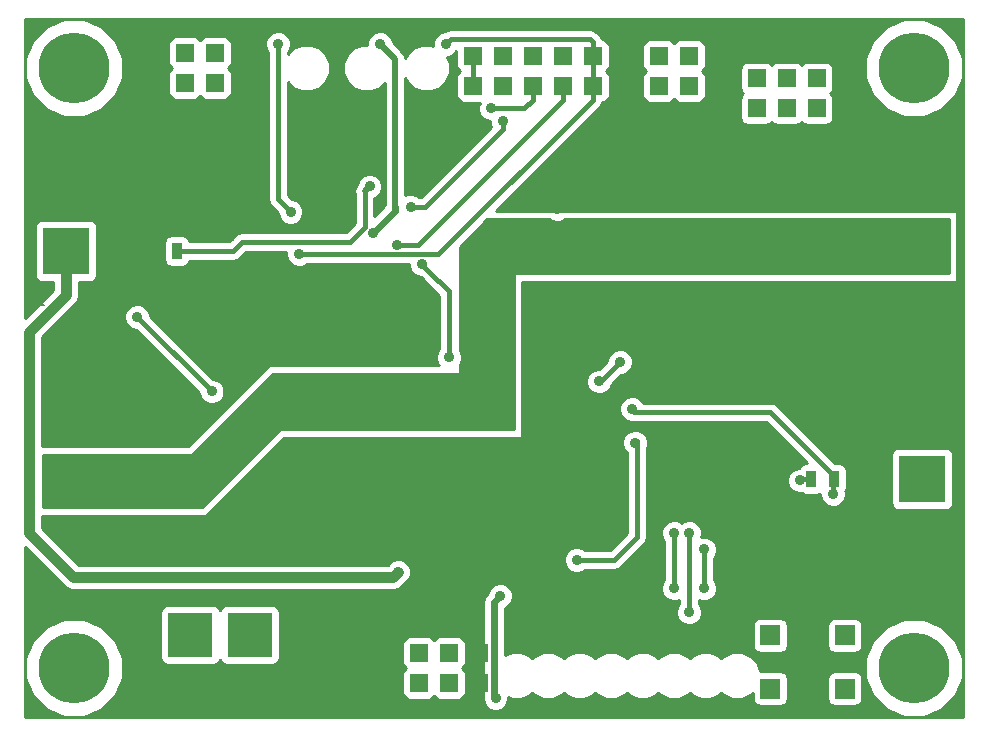
<source format=gbr>
G04 #@! TF.FileFunction,Copper,L1,Top,Signal*
%FSLAX46Y46*%
G04 Gerber Fmt 4.6, Leading zero omitted, Abs format (unit mm)*
G04 Created by KiCad (PCBNEW (2015-05-13 BZR 5653)-product) date 2. 12. 2015 7:09:12*
%MOMM*%
G01*
G04 APERTURE LIST*
%ADD10C,0.300000*%
%ADD11R,4.000000X4.000000*%
%ADD12R,1.524000X1.524000*%
%ADD13R,3.810000X3.810000*%
%ADD14C,6.000000*%
%ADD15R,0.889000X1.397000*%
%ADD16R,1.676400X1.676400*%
%ADD17C,0.600000*%
%ADD18C,0.890000*%
%ADD19C,0.890000*%
%ADD20C,0.400000*%
%ADD21C,0.180000*%
%ADD22C,0.600000*%
%ADD23C,0.500000*%
%ADD24C,0.254000*%
G04 APERTURE END LIST*
D10*
D11*
X4390000Y40384000D03*
X76890000Y40384000D03*
X4390000Y21084000D03*
X76890000Y21084000D03*
D12*
X19558000Y57150000D03*
X19558000Y54610000D03*
X17018000Y57150000D03*
X17018000Y54610000D03*
X14478000Y57150000D03*
X14478000Y54610000D03*
X11938000Y57150000D03*
X11938000Y54610000D03*
X49022000Y54356000D03*
X49022000Y56896000D03*
X38862000Y56896000D03*
X38862000Y54356000D03*
X43942000Y54356000D03*
X43942000Y56896000D03*
X46482000Y54356000D03*
X46482000Y56896000D03*
X41402000Y54356000D03*
X41402000Y56896000D03*
X31750000Y3810000D03*
X31750000Y6350000D03*
X34290000Y3810000D03*
X34290000Y6350000D03*
X36830000Y3810000D03*
X36830000Y6350000D03*
X39370000Y3810000D03*
X39370000Y6350000D03*
D13*
X14939000Y7874000D03*
X19939000Y7874000D03*
X14939000Y2921000D03*
X19939000Y2921000D03*
D12*
X62865000Y52451000D03*
X62865000Y54991000D03*
X65405000Y52451000D03*
X65405000Y54991000D03*
X67945000Y52451000D03*
X67945000Y54991000D03*
X59690000Y56896000D03*
X59690000Y54356000D03*
X57150000Y56896000D03*
X57150000Y54356000D03*
X54610000Y56896000D03*
X54610000Y54356000D03*
X52070000Y56896000D03*
X52070000Y54356000D03*
D14*
X76200000Y5080000D03*
X5080000Y55880000D03*
X5080000Y5080000D03*
X76200000Y55880000D03*
D15*
X11874500Y40386000D03*
X13779500Y40386000D03*
X69405500Y21082000D03*
X67500500Y21082000D03*
D16*
X70333000Y7838000D03*
X70333000Y3338000D03*
X64033000Y7838000D03*
X64033000Y3338000D03*
D12*
X70485000Y52451000D03*
X70485000Y54991000D03*
D17*
X27686000Y42545000D03*
X27686000Y44831000D03*
X26416000Y44831000D03*
X26416000Y42545000D03*
X27051000Y43688000D03*
D18*
X51308000Y30988000D03*
X32512000Y13208000D03*
X16745508Y28487248D03*
X10414000Y34797996D03*
X49530000Y29337000D03*
X68072000Y28956000D03*
X66294000Y28448000D03*
X63500000Y44450000D03*
X65024000Y45974000D03*
X66294000Y47244000D03*
X67818000Y48768000D03*
X45212000Y35306000D03*
X44196000Y36322000D03*
X45720000Y36830000D03*
X26924000Y46990000D03*
X27686000Y48006000D03*
X28448000Y49276000D03*
X20828000Y50800000D03*
X20066000Y53086000D03*
X7112000Y43688000D03*
X5588000Y43688000D03*
X4064000Y43688000D03*
X2540000Y43688000D03*
X2540000Y44958000D03*
X2540000Y46228000D03*
X2540000Y47498000D03*
X2540000Y48768000D03*
X6096000Y50038000D03*
X4318000Y50038000D03*
X2540000Y50038000D03*
X22860000Y39624000D03*
X21590000Y39624000D03*
X20320000Y39624000D03*
X12954000Y45720000D03*
X14224000Y45720000D03*
X15494000Y45720000D03*
X16764000Y45720000D03*
X7620000Y48006000D03*
X7620000Y49276000D03*
X60960000Y59182000D03*
X59436000Y59182000D03*
X57912000Y59182000D03*
X56388000Y59182000D03*
X54864000Y59182000D03*
X38100000Y1524000D03*
X36576000Y1524000D03*
X35052000Y1524000D03*
X33528000Y1524000D03*
X32004000Y1524000D03*
X30480000Y1524000D03*
X45974000Y43942000D03*
X45974000Y44958000D03*
X44450000Y45212000D03*
X42926000Y45212000D03*
X44704000Y46736000D03*
X64389000Y9652000D03*
X65532000Y9652000D03*
X68199000Y9144000D03*
X66548000Y9144000D03*
X59690000Y20320000D03*
X58420000Y21590000D03*
X56515000Y23495000D03*
X61468000Y18542000D03*
X65913000Y14859000D03*
X12192000Y1524000D03*
X12192000Y3048000D03*
X12192000Y4318000D03*
X44704000Y18288000D03*
X46736000Y17780000D03*
X42418000Y16002000D03*
X42418000Y13208000D03*
X34030920Y16002000D03*
X36449000Y16002000D03*
X31623000Y16002000D03*
X24892000Y16002000D03*
X28194000Y16002000D03*
X10666806Y24765000D03*
X8890000Y24765000D03*
X12446000Y24765000D03*
X12446000Y26035000D03*
X9652000Y33147000D03*
X14224000Y33147000D03*
X15748000Y33147000D03*
X73787000Y50292000D03*
X72517000Y50292000D03*
X71501000Y50292000D03*
X70358000Y50292000D03*
X39878000Y15240000D03*
X39370000Y13716000D03*
X39370000Y11938000D03*
X18542000Y42418000D03*
X9144000Y40386000D03*
X10541000Y40386000D03*
X10414000Y45720000D03*
X11684000Y45720000D03*
X11684000Y44450000D03*
X52578000Y37211000D03*
X51689000Y36322000D03*
X50800000Y35433000D03*
X55499000Y48133000D03*
X56134000Y48768000D03*
X56769000Y49403000D03*
X57404000Y50038000D03*
X9906000Y52578000D03*
X9906000Y53848000D03*
X9906000Y55118000D03*
X9906000Y56261000D03*
X9906000Y57404000D03*
X46228000Y48260000D03*
X37846000Y48895000D03*
X36703000Y48895000D03*
X35814000Y47752000D03*
X34671000Y47752000D03*
X35433000Y48895000D03*
X34290000Y48895000D03*
X24910607Y50101500D03*
X69469000Y14859000D03*
X43180000Y24003000D03*
X44196000Y25019000D03*
X48133000Y29845000D03*
X46609000Y30607000D03*
X52832000Y30861000D03*
X50165000Y22098000D03*
X50927000Y21209000D03*
X22987000Y2921000D03*
X24257000Y2921000D03*
X25400000Y2921000D03*
X26543000Y2921000D03*
X27686000Y2921000D03*
X28829000Y2921000D03*
X68326000Y27432000D03*
X69850000Y27432000D03*
X71374000Y27432000D03*
X72898000Y27432000D03*
X73660000Y26416000D03*
X74676000Y25146000D03*
X76200000Y25146000D03*
X77724000Y25146000D03*
X79248000Y25146000D03*
X79248000Y26416000D03*
X77724000Y26416000D03*
X76200000Y26416000D03*
X74930000Y26924000D03*
X74168000Y28194000D03*
X79502000Y17272000D03*
X77978000Y17272000D03*
X76454000Y17272000D03*
X74930000Y17272000D03*
X73152000Y18288000D03*
X71628000Y19050000D03*
X72136000Y17526000D03*
X73406000Y16510000D03*
X17399000Y30586680D03*
X26162000Y20447000D03*
X27813002Y20320002D03*
X29337000Y20319994D03*
X9398000Y44323000D03*
X7874000Y46228000D03*
X9017000Y41910000D03*
X11049000Y42672000D03*
X12446000Y43180000D03*
X13970000Y42672000D03*
X16256000Y14478000D03*
X14224000Y14478000D03*
X12446000Y14478000D03*
X10668000Y14478000D03*
X8890000Y14478000D03*
X7112000Y14478000D03*
X5080000Y14986000D03*
X3556000Y16256000D03*
X2794000Y17526000D03*
X4826000Y17526000D03*
X6535461Y17526000D03*
X8266902Y17526000D03*
X9906000Y17526000D03*
X11684000Y17526000D03*
X13462000Y17526000D03*
X15494000Y17526000D03*
X67564000Y17018000D03*
X67056000Y19050000D03*
X64262000Y18288000D03*
X64262000Y14986000D03*
X64262000Y13462000D03*
X64262000Y11938000D03*
X70104000Y10414000D03*
X70104000Y11938000D03*
X69596000Y13208000D03*
X59944000Y28194000D03*
X61214000Y28194000D03*
X60198000Y29972000D03*
X60198000Y37338000D03*
X68834000Y37338000D03*
X76962000Y37338000D03*
X73406000Y14986000D03*
X73406000Y13208000D03*
X73152000Y11430000D03*
X73152000Y9398000D03*
X30734000Y20320000D03*
X32766000Y20320000D03*
X34544000Y21336000D03*
X36322000Y21336000D03*
X39116000Y23368000D03*
X41402000Y23622000D03*
X40386000Y52451000D03*
X36829992Y31369000D03*
X34543998Y39243000D03*
X40767000Y2540000D03*
X41148000Y11176000D03*
X69342000Y19812000D03*
X52324000Y27017010D03*
X22352000Y57912000D03*
X23421502Y43688000D03*
X30988000Y57912000D03*
X30356276Y41874421D03*
X36576000Y57912000D03*
X24130000Y40132000D03*
X32414992Y40923996D03*
X41402000Y51353464D03*
X33599912Y44140033D03*
X30099000Y45847000D03*
X66548000Y20955000D03*
X57150000Y9779000D03*
X57150000Y16510000D03*
X55880000Y11811000D03*
X55880000Y16510000D03*
X58420000Y11811000D03*
X58420000Y15113000D03*
X47625000Y14224000D03*
X52576971Y24168153D03*
D19*
X32067001Y12763001D02*
X32512000Y13208000D01*
X5016999Y12763001D02*
X32067001Y12763001D01*
X1270000Y16510000D02*
X5016999Y12763001D01*
X1270000Y33532824D02*
X1270000Y16510000D01*
X4390000Y36652824D02*
X1270000Y33532824D01*
X4390000Y40384000D02*
X4390000Y36652824D01*
D20*
X16745508Y28487248D02*
X10434760Y34797996D01*
X10434760Y34797996D02*
X10414000Y34797996D01*
X49657000Y29337000D02*
X49530000Y29337000D01*
X51308000Y30988000D02*
X49657000Y29337000D01*
D21*
X68326000Y27432000D02*
X67310000Y27432000D01*
X67310000Y27432000D02*
X66294000Y28448000D01*
X65024000Y45974000D02*
X63500000Y44450000D01*
X67818000Y48768000D02*
X66294000Y47244000D01*
X45720000Y36830000D02*
X44704000Y36830000D01*
X44704000Y36830000D02*
X44196000Y36322000D01*
X28448000Y49276000D02*
X28448000Y48768000D01*
X28448000Y48768000D02*
X27686000Y48006000D01*
X5588000Y43688000D02*
X7112000Y43688000D01*
X2540000Y43688000D02*
X4064000Y43688000D01*
X2540000Y46228000D02*
X2540000Y44958000D01*
X2540000Y48768000D02*
X2540000Y47498000D01*
X4318000Y50038000D02*
X6096000Y50038000D01*
X7620000Y49276000D02*
X3302000Y49276000D01*
X3302000Y49276000D02*
X2540000Y50038000D01*
X20320000Y39624000D02*
X21590000Y39624000D01*
X14224000Y45720000D02*
X12954000Y45720000D01*
X16764000Y45720000D02*
X15494000Y45720000D01*
X7620000Y49276000D02*
X7620000Y48006000D01*
X59436000Y59182000D02*
X60960000Y59182000D01*
X56388000Y59182000D02*
X57912000Y59182000D01*
X52070000Y56896000D02*
X52070000Y57838000D01*
X52070000Y57838000D02*
X53414000Y59182000D01*
X53414000Y59182000D02*
X54864000Y59182000D01*
X35052000Y1524000D02*
X36576000Y1524000D01*
X32004000Y1524000D02*
X33528000Y1524000D01*
X28829000Y2921000D02*
X30226000Y1524000D01*
X30226000Y1524000D02*
X30480000Y1524000D01*
X45974000Y44958000D02*
X45974000Y43942000D01*
X42926000Y45212000D02*
X44450000Y45212000D01*
X46228000Y48260000D02*
X44704000Y46736000D01*
X65532000Y9652000D02*
X64389000Y9652000D01*
X66548000Y9144000D02*
X68199000Y9144000D01*
X58420000Y21590000D02*
X59690000Y20320000D01*
X61468000Y18542000D02*
X56515000Y23114000D01*
X56515000Y23114000D02*
X56515000Y23495000D01*
X65913000Y14859000D02*
X69469000Y14859000D01*
X12192000Y3048000D02*
X12192000Y1524000D01*
X12192000Y4318000D02*
X12192000Y3302000D01*
X46736000Y17780000D02*
X45212000Y17780000D01*
X45212000Y17780000D02*
X44704000Y18288000D01*
X42418000Y13208000D02*
X42418000Y16002000D01*
X31623000Y16002000D02*
X34030920Y16002000D01*
X28194000Y16002000D02*
X24892000Y16002000D01*
X8890000Y24765000D02*
X10666806Y24765000D01*
X12446000Y26035000D02*
X12446000Y24765000D01*
X15748000Y33147000D02*
X14224000Y33147000D01*
X73787000Y50292000D02*
X75057000Y50292000D01*
X71501000Y50292000D02*
X72517000Y50292000D01*
X70485000Y52451000D02*
X70485000Y50419000D01*
X70485000Y50419000D02*
X70358000Y50292000D01*
X39370000Y11938000D02*
X39370000Y13716000D01*
X11874500Y40386000D02*
X10541000Y40386000D01*
X11684000Y44450000D02*
X11684000Y45720000D01*
X52578000Y37211000D02*
X52070000Y37338000D01*
X52070000Y37338000D02*
X51816000Y37592000D01*
X50800000Y35433000D02*
X51689000Y36322000D01*
X56134000Y48768000D02*
X55499000Y48133000D01*
X57404000Y50038000D02*
X56769000Y49403000D01*
X9906000Y53848000D02*
X9906000Y52578000D01*
X9906000Y55372000D02*
X9906000Y55118000D01*
X9906000Y57404000D02*
X9906000Y56261000D01*
X36703000Y48895000D02*
X37846000Y48895000D01*
X34671000Y47752000D02*
X35814000Y47752000D01*
X34290000Y48895000D02*
X35433000Y48895000D01*
X44196000Y25019000D02*
X43180000Y24003000D01*
X47371000Y29845000D02*
X48133000Y29845000D01*
X46609000Y30607000D02*
X47371000Y29845000D01*
X50165000Y21971000D02*
X50927000Y21209000D01*
X50165000Y22098000D02*
X50165000Y21971000D01*
X2119999Y44918999D02*
X1738999Y44918999D01*
X9906000Y52578000D02*
X2119999Y44918999D01*
X1738999Y44918999D02*
X1270000Y44450000D01*
X1270000Y44450000D02*
X1270000Y35814000D01*
X1270000Y35814000D02*
X2540000Y35814000D01*
X12065000Y4445000D02*
X12065000Y3556000D01*
X12065000Y3175000D02*
X12065000Y1977388D01*
D20*
X22987000Y2921000D02*
X24257000Y2921000D01*
X25400000Y2921000D02*
X26543000Y2921000D01*
X27686000Y2921000D02*
X28829000Y2921000D01*
X68326000Y27432000D02*
X69850000Y27432000D01*
X71374000Y27432000D02*
X72898000Y27432000D01*
X73660000Y26162000D02*
X74676000Y25146000D01*
X73660000Y26416000D02*
X73660000Y26162000D01*
X76200000Y25146000D02*
X77724000Y25146000D01*
X79248000Y25146000D02*
X79248000Y26416000D01*
X77724000Y26416000D02*
X76200000Y26416000D01*
X74930000Y27432000D02*
X74168000Y28194000D01*
X74930000Y26924000D02*
X74930000Y27432000D01*
X79502000Y17272000D02*
X77978000Y17272000D01*
X76454000Y17272000D02*
X74930000Y17272000D01*
X72390000Y18288000D02*
X71628000Y19050000D01*
X73152000Y18288000D02*
X72390000Y18288000D01*
X72390000Y17526000D02*
X73406000Y16510000D01*
X72136000Y17526000D02*
X72390000Y17526000D01*
D21*
X26162000Y20447000D02*
X27686004Y20447000D01*
X27686004Y20447000D02*
X27813002Y20320002D01*
X29337000Y21336000D02*
X29337000Y20949319D01*
X29083000Y21590000D02*
X29337000Y21336000D01*
X29337000Y20949319D02*
X29337000Y20319994D01*
X9017000Y41910000D02*
X10287000Y41910000D01*
X10287000Y41910000D02*
X10604001Y42227001D01*
X10604001Y42227001D02*
X11049000Y42672000D01*
X13081000Y44323000D02*
X14668001Y42735999D01*
X7874000Y46228000D02*
X11176000Y46228000D01*
X9398000Y44323000D02*
X13081000Y44323000D01*
X11176000Y46228000D02*
X14668001Y42735999D01*
X14599325Y42672000D02*
X13970000Y42672000D01*
X14668001Y42735999D02*
X14604002Y42672000D01*
X14604002Y42672000D02*
X14599325Y42672000D01*
X17780000Y16002000D02*
X16256000Y14478000D01*
X24892000Y16002000D02*
X17780000Y16002000D01*
X14224000Y14478000D02*
X12446000Y14478000D01*
X10668000Y14478000D02*
X8890000Y14478000D01*
X5588000Y14478000D02*
X5080000Y14986000D01*
X7112000Y14478000D02*
X5588000Y14478000D01*
X3556000Y16764000D02*
X2794000Y17526000D01*
X3556000Y16256000D02*
X3556000Y16764000D01*
X4826000Y17526000D02*
X6535461Y17526000D01*
X6535461Y17526000D02*
X8266902Y17526000D01*
X8266902Y17526000D02*
X9906000Y17526000D01*
X11684000Y17526000D02*
X13462000Y17526000D01*
X67564000Y16764000D02*
X67564000Y17018000D01*
X69469000Y14859000D02*
X67564000Y16764000D01*
X66294000Y18288000D02*
X64262000Y18288000D01*
X67056000Y19050000D02*
X66294000Y18288000D01*
X64262000Y14986000D02*
X64262000Y13462000D01*
X68580000Y11938000D02*
X70104000Y10414000D01*
X64262000Y11938000D02*
X68580000Y11938000D01*
X70104000Y12700000D02*
X69596000Y13208000D01*
X70104000Y11938000D02*
X70104000Y12700000D01*
X59944000Y28194000D02*
X61214000Y28194000D01*
X60198000Y29972000D02*
X60198000Y37338000D01*
X68834000Y37338000D02*
X76962000Y37338000D01*
X73406000Y14986000D02*
X73406000Y13208000D01*
X73152000Y11430000D02*
X73152000Y9398000D01*
X30734000Y20320000D02*
X32766000Y20320000D01*
X34544000Y21336000D02*
X36322000Y21336000D01*
X41148000Y23368000D02*
X41402000Y23622000D01*
X39116000Y23368000D02*
X41148000Y23368000D01*
D20*
X40386000Y52451000D02*
X43199000Y52451000D01*
X43199000Y52451000D02*
X43942000Y53194000D01*
X43942000Y53194000D02*
X43942000Y54356000D01*
X36829992Y31369000D02*
X36829992Y36957006D01*
X36829992Y36957006D02*
X34988997Y38798001D01*
X34988997Y38798001D02*
X34543998Y39243000D01*
D22*
X41148000Y11176000D02*
X40612001Y10640001D01*
X40612001Y10640001D02*
X40612001Y2694999D01*
X40612001Y2694999D02*
X40767000Y2540000D01*
D20*
X69469000Y21018500D02*
X69405500Y21082000D01*
X69405500Y21336000D02*
X69405500Y21082000D01*
X64017499Y26724001D02*
X69405500Y21336000D01*
X52523999Y26724001D02*
X64017499Y26724001D01*
X52324000Y26924000D02*
X52523999Y26724001D01*
X69342000Y21018500D02*
X69405500Y21082000D01*
X69342000Y19812000D02*
X69342000Y21018500D01*
X38862000Y54356000D02*
X38862000Y56896000D01*
X22352000Y44757502D02*
X23421502Y43688000D01*
X22352000Y57912000D02*
X22352000Y44757502D01*
D23*
X32258000Y56642000D02*
X32258000Y44069000D01*
X30988000Y57912000D02*
X32258000Y56642000D01*
D22*
X32258000Y43776145D02*
X30801275Y42319420D01*
X30801275Y42319420D02*
X30356276Y41874421D01*
X32258000Y44069000D02*
X32258000Y43776145D01*
D20*
X36576000Y57912000D02*
X37020499Y58356499D01*
X49022000Y58058000D02*
X49022000Y56896000D01*
X37020499Y58356499D02*
X48723501Y58356499D01*
X48723501Y58356499D02*
X49022000Y58058000D01*
X49022000Y54356000D02*
X49022000Y57912000D01*
X31985984Y40132000D02*
X32018990Y40098994D01*
X32018990Y40098994D02*
X35926994Y40098994D01*
X35926994Y40098994D02*
X49022000Y53194000D01*
X49022000Y53194000D02*
X49022000Y54356000D01*
X24130000Y40132000D02*
X31985984Y40132000D01*
X46482000Y54356000D02*
X46482000Y53194000D01*
X46482000Y53194000D02*
X34211996Y40923996D01*
X34211996Y40923996D02*
X33044317Y40923996D01*
X33044317Y40923996D02*
X32414992Y40923996D01*
X41402000Y51353464D02*
X41402000Y50724139D01*
X34817894Y44140033D02*
X34229237Y44140033D01*
X34229237Y44140033D02*
X33599912Y44140033D01*
X41402000Y50724139D02*
X34817894Y44140033D01*
D23*
X29690000Y45438000D02*
X30099000Y45847000D01*
D20*
X13779500Y40386000D02*
X18542000Y40386000D01*
X29690000Y42429147D02*
X29690000Y45438000D01*
X19304000Y41148000D02*
X28408853Y41148000D01*
X18542000Y40386000D02*
X19304000Y41148000D01*
X28408853Y41148000D02*
X29690000Y42429147D01*
X67373500Y20955000D02*
X67500500Y21082000D01*
X66675000Y21082000D02*
X66548000Y20955000D01*
X67500500Y21082000D02*
X66675000Y21082000D01*
X57150000Y16510000D02*
X57150000Y9779000D01*
X55880000Y16510000D02*
X55880000Y11811000D01*
X58420000Y15113000D02*
X58420000Y11811000D01*
X50800000Y14224000D02*
X52732510Y16156510D01*
X52732510Y16156510D02*
X52732510Y24257000D01*
X47625000Y14224000D02*
X50800000Y14224000D01*
D24*
G36*
X79121000Y38481000D02*
X42291000Y38481000D01*
X42291000Y25273000D01*
X22553395Y25273000D01*
X15949395Y18669000D01*
X2413000Y18669000D01*
X2413000Y22860000D01*
X2413000Y23114000D01*
X15038605Y23114000D01*
X21896605Y29972000D01*
X37719000Y29972000D01*
X37719000Y30741742D01*
X37738260Y30760968D01*
X37901806Y31154830D01*
X37902178Y31581299D01*
X37739320Y31975446D01*
X37719000Y31995801D01*
X37719000Y40721446D01*
X40050554Y43053000D01*
X45346733Y43053000D01*
X45365968Y43033732D01*
X45759830Y42870186D01*
X46186299Y42869814D01*
X46580446Y43032672D01*
X46600809Y43053000D01*
X79121000Y43053000D01*
X79121000Y38481000D01*
X79121000Y38481000D01*
G37*
X79121000Y38481000D02*
X42291000Y38481000D01*
X42291000Y25273000D01*
X22553395Y25273000D01*
X15949395Y18669000D01*
X2413000Y18669000D01*
X2413000Y22860000D01*
X2413000Y23114000D01*
X15038605Y23114000D01*
X21896605Y29972000D01*
X37719000Y29972000D01*
X37719000Y30741742D01*
X37738260Y30760968D01*
X37901806Y31154830D01*
X37902178Y31581299D01*
X37739320Y31975446D01*
X37719000Y31995801D01*
X37719000Y40721446D01*
X40050554Y43053000D01*
X45346733Y43053000D01*
X45365968Y43033732D01*
X45759830Y42870186D01*
X46186299Y42869814D01*
X46580446Y43032672D01*
X46600809Y43053000D01*
X79121000Y43053000D01*
X79121000Y38481000D01*
G36*
X40423276Y50914970D02*
X34475340Y44967033D01*
X34289070Y44967033D01*
X34207944Y45048301D01*
X33814082Y45211847D01*
X33387613Y45212219D01*
X33135000Y45107842D01*
X33135000Y55035070D01*
X33248003Y54761582D01*
X33803657Y54204958D01*
X34530025Y53903344D01*
X35316524Y53902657D01*
X36043418Y54203003D01*
X36600042Y54758657D01*
X36901656Y55485025D01*
X36902343Y56271524D01*
X36667487Y56839920D01*
X36788299Y56839814D01*
X37182446Y57002672D01*
X37460716Y57280458D01*
X37460716Y56134000D01*
X37507102Y55894927D01*
X37645130Y55684804D01*
X37731969Y55626187D01*
X37650804Y55572870D01*
X37510149Y55364495D01*
X37460716Y55118000D01*
X37460716Y53594000D01*
X37507102Y53354927D01*
X37645130Y53144804D01*
X37853505Y53004149D01*
X38100000Y52954716D01*
X39434416Y52954716D01*
X39314186Y52665170D01*
X39313814Y52238701D01*
X39476672Y51844554D01*
X39777968Y51542732D01*
X40171830Y51379186D01*
X40330021Y51379049D01*
X40329814Y51141165D01*
X40423276Y50914970D01*
X40423276Y50914970D01*
G37*
X40423276Y50914970D02*
X34475340Y44967033D01*
X34289070Y44967033D01*
X34207944Y45048301D01*
X33814082Y45211847D01*
X33387613Y45212219D01*
X33135000Y45107842D01*
X33135000Y55035070D01*
X33248003Y54761582D01*
X33803657Y54204958D01*
X34530025Y53903344D01*
X35316524Y53902657D01*
X36043418Y54203003D01*
X36600042Y54758657D01*
X36901656Y55485025D01*
X36902343Y56271524D01*
X36667487Y56839920D01*
X36788299Y56839814D01*
X37182446Y57002672D01*
X37460716Y57280458D01*
X37460716Y56134000D01*
X37507102Y55894927D01*
X37645130Y55684804D01*
X37731969Y55626187D01*
X37650804Y55572870D01*
X37510149Y55364495D01*
X37460716Y55118000D01*
X37460716Y53594000D01*
X37507102Y53354927D01*
X37645130Y53144804D01*
X37853505Y53004149D01*
X38100000Y52954716D01*
X39434416Y52954716D01*
X39314186Y52665170D01*
X39313814Y52238701D01*
X39476672Y51844554D01*
X39777968Y51542732D01*
X40171830Y51379186D01*
X40330021Y51379049D01*
X40329814Y51141165D01*
X40423276Y50914970D01*
G36*
X80349000Y931000D02*
X80327715Y931000D01*
X80327715Y5897310D01*
X80327715Y56697310D01*
X79700741Y58214704D01*
X78540810Y59376660D01*
X77024513Y60006282D01*
X75382690Y60007715D01*
X73865296Y59380741D01*
X72703340Y58220810D01*
X72073718Y56704513D01*
X72072285Y55062690D01*
X72699259Y53545296D01*
X73859190Y52383340D01*
X75375487Y51753718D01*
X77017310Y51752285D01*
X78534704Y52379259D01*
X79696660Y53539190D01*
X80326282Y55055487D01*
X80327715Y56697310D01*
X80327715Y5897310D01*
X79700741Y7414704D01*
X79529284Y7586460D01*
X79529284Y19084000D01*
X79529284Y23084000D01*
X79482898Y23323073D01*
X79344870Y23533196D01*
X79136495Y23673851D01*
X78890000Y23723284D01*
X74890000Y23723284D01*
X74650927Y23676898D01*
X74440804Y23538870D01*
X74300149Y23330495D01*
X74250716Y23084000D01*
X74250716Y19084000D01*
X74297102Y18844927D01*
X74435130Y18634804D01*
X74643505Y18494149D01*
X74890000Y18444716D01*
X78890000Y18444716D01*
X79129073Y18491102D01*
X79339196Y18629130D01*
X79479851Y18837505D01*
X79529284Y19084000D01*
X79529284Y7586460D01*
X78540810Y8576660D01*
X77024513Y9206282D01*
X75382690Y9207715D01*
X73865296Y8580741D01*
X72703340Y7420810D01*
X72073718Y5904513D01*
X72072285Y4262690D01*
X72699259Y2745296D01*
X73859190Y1583340D01*
X75375487Y953718D01*
X77017310Y952285D01*
X78534704Y1579259D01*
X79696660Y2739190D01*
X80326282Y4255487D01*
X80327715Y5897310D01*
X80327715Y931000D01*
X71810484Y931000D01*
X71810484Y2499800D01*
X71810484Y4176200D01*
X71810484Y6999800D01*
X71810484Y8676200D01*
X71764098Y8915273D01*
X71626070Y9125396D01*
X71417695Y9266051D01*
X71171200Y9315484D01*
X70489284Y9315484D01*
X70489284Y20383500D01*
X70489284Y21780500D01*
X70442898Y22019573D01*
X70304870Y22229696D01*
X70096495Y22370351D01*
X69850000Y22419784D01*
X69491270Y22419784D01*
X64602276Y27308778D01*
X64333978Y27488049D01*
X64017499Y27551001D01*
X53263265Y27551001D01*
X53233328Y27623456D01*
X52932032Y27925278D01*
X52538170Y28088824D01*
X52380186Y28088961D01*
X52380186Y31200299D01*
X52217328Y31594446D01*
X51916032Y31896268D01*
X51522170Y32059814D01*
X51095701Y32060186D01*
X50701554Y31897328D01*
X50399732Y31596032D01*
X50236186Y31202170D01*
X50236084Y31085640D01*
X49559420Y30408976D01*
X49317701Y30409186D01*
X48923554Y30246328D01*
X48621732Y29945032D01*
X48458186Y29551170D01*
X48457814Y29124701D01*
X48620672Y28730554D01*
X48921968Y28428732D01*
X49315830Y28265186D01*
X49742299Y28264814D01*
X50136446Y28427672D01*
X50438268Y28728968D01*
X50594308Y29104754D01*
X51405468Y29915915D01*
X51520299Y29915814D01*
X51914446Y30078672D01*
X52216268Y30379968D01*
X52379814Y30773830D01*
X52380186Y31200299D01*
X52380186Y28088961D01*
X52111701Y28089196D01*
X51717554Y27926338D01*
X51415732Y27625042D01*
X51252186Y27231180D01*
X51251814Y26804711D01*
X51414672Y26410564D01*
X51715968Y26108742D01*
X52109830Y25945196D01*
X52282465Y25945046D01*
X52282466Y25945046D01*
X52523999Y25897001D01*
X63674945Y25897001D01*
X67152162Y22419784D01*
X67056000Y22419784D01*
X66816927Y22373398D01*
X66606804Y22235370D01*
X66466201Y22027073D01*
X66335701Y22027186D01*
X65941554Y21864328D01*
X65639732Y21563032D01*
X65476186Y21169170D01*
X65475814Y20742701D01*
X65638672Y20348554D01*
X65939968Y20046732D01*
X66333830Y19883186D01*
X66677303Y19882887D01*
X66809505Y19793649D01*
X67056000Y19744216D01*
X67945000Y19744216D01*
X68184073Y19790602D01*
X68270029Y19847067D01*
X68269814Y19599701D01*
X68432672Y19205554D01*
X68733968Y18903732D01*
X69127830Y18740186D01*
X69554299Y18739814D01*
X69948446Y18902672D01*
X70250268Y19203968D01*
X70413814Y19597830D01*
X70414186Y20024299D01*
X70395044Y20070626D01*
X70439851Y20137005D01*
X70489284Y20383500D01*
X70489284Y9315484D01*
X69494800Y9315484D01*
X69255727Y9269098D01*
X69045604Y9131070D01*
X68904949Y8922695D01*
X68855516Y8676200D01*
X68855516Y6999800D01*
X68901902Y6760727D01*
X69039930Y6550604D01*
X69248305Y6409949D01*
X69494800Y6360516D01*
X71171200Y6360516D01*
X71410273Y6406902D01*
X71620396Y6544930D01*
X71761051Y6753305D01*
X71810484Y6999800D01*
X71810484Y4176200D01*
X71764098Y4415273D01*
X71626070Y4625396D01*
X71417695Y4766051D01*
X71171200Y4815484D01*
X69494800Y4815484D01*
X69255727Y4769098D01*
X69045604Y4631070D01*
X68904949Y4422695D01*
X68855516Y4176200D01*
X68855516Y2499800D01*
X68901902Y2260727D01*
X69039930Y2050604D01*
X69248305Y1909949D01*
X69494800Y1860516D01*
X71171200Y1860516D01*
X71410273Y1906902D01*
X71620396Y2044930D01*
X71761051Y2253305D01*
X71810484Y2499800D01*
X71810484Y931000D01*
X65510484Y931000D01*
X65510484Y2499800D01*
X65510484Y4176200D01*
X65510484Y6999800D01*
X65510484Y8676200D01*
X65464098Y8915273D01*
X65326070Y9125396D01*
X65117695Y9266051D01*
X64871200Y9315484D01*
X63194800Y9315484D01*
X62955727Y9269098D01*
X62745604Y9131070D01*
X62604949Y8922695D01*
X62555516Y8676200D01*
X62555516Y6999800D01*
X62601902Y6760727D01*
X62739930Y6550604D01*
X62948305Y6409949D01*
X63194800Y6360516D01*
X64871200Y6360516D01*
X65110273Y6406902D01*
X65320396Y6544930D01*
X65461051Y6753305D01*
X65510484Y6999800D01*
X65510484Y4176200D01*
X65464098Y4415273D01*
X65326070Y4625396D01*
X65117695Y4766051D01*
X64871200Y4815484D01*
X63194800Y4815484D01*
X63191324Y4814810D01*
X63191343Y4836524D01*
X62890997Y5563418D01*
X62335343Y6120042D01*
X61608975Y6421656D01*
X60822476Y6422343D01*
X60095582Y6121997D01*
X59880612Y5907403D01*
X59668343Y6120042D01*
X59492186Y6193188D01*
X59492186Y12023299D01*
X59329328Y12417446D01*
X59247000Y12499917D01*
X59247000Y14423842D01*
X59328268Y14504968D01*
X59491814Y14898830D01*
X59492186Y15325299D01*
X59329328Y15719446D01*
X59028032Y16021268D01*
X58634170Y16184814D01*
X58207701Y16185186D01*
X58169278Y16169311D01*
X58221814Y16295830D01*
X58222186Y16722299D01*
X58059328Y17116446D01*
X57758032Y17418268D01*
X57364170Y17581814D01*
X56937701Y17582186D01*
X56543554Y17419328D01*
X56515214Y17391038D01*
X56488032Y17418268D01*
X56094170Y17581814D01*
X55667701Y17582186D01*
X55273554Y17419328D01*
X54971732Y17118032D01*
X54808186Y16724170D01*
X54807814Y16297701D01*
X54970672Y15903554D01*
X55053000Y15821082D01*
X55053000Y12500159D01*
X54971732Y12419032D01*
X54808186Y12025170D01*
X54807814Y11598701D01*
X54970672Y11204554D01*
X55271968Y10902732D01*
X55665830Y10739186D01*
X56092299Y10738814D01*
X56323000Y10834138D01*
X56323000Y10468159D01*
X56241732Y10387032D01*
X56078186Y9993170D01*
X56077814Y9566701D01*
X56240672Y9172554D01*
X56541968Y8870732D01*
X56935830Y8707186D01*
X57362299Y8706814D01*
X57756446Y8869672D01*
X58058268Y9170968D01*
X58221814Y9564830D01*
X58222186Y9991299D01*
X58059328Y10385446D01*
X57977000Y10467917D01*
X57977000Y10834205D01*
X58205830Y10739186D01*
X58632299Y10738814D01*
X59026446Y10901672D01*
X59328268Y11202968D01*
X59491814Y11596830D01*
X59492186Y12023299D01*
X59492186Y6193188D01*
X58941975Y6421656D01*
X58155476Y6422343D01*
X57428582Y6121997D01*
X57213612Y5907403D01*
X57001343Y6120042D01*
X56274975Y6421656D01*
X55488476Y6422343D01*
X54761582Y6121997D01*
X54546612Y5907403D01*
X54334343Y6120042D01*
X53649157Y6404555D01*
X53649157Y24380452D01*
X53486299Y24774599D01*
X53185003Y25076421D01*
X52791141Y25239967D01*
X52364672Y25240339D01*
X51970525Y25077481D01*
X51668703Y24776185D01*
X51505157Y24382323D01*
X51504785Y23955854D01*
X51667643Y23561707D01*
X51905510Y23323424D01*
X51905510Y16499064D01*
X50457446Y15051000D01*
X48314158Y15051000D01*
X48233032Y15132268D01*
X47839170Y15295814D01*
X47412701Y15296186D01*
X47018554Y15133328D01*
X46716732Y14832032D01*
X46553186Y14438170D01*
X46552814Y14011701D01*
X46715672Y13617554D01*
X47016968Y13315732D01*
X47410830Y13152186D01*
X47837299Y13151814D01*
X48231446Y13314672D01*
X48313917Y13397000D01*
X50800000Y13397000D01*
X51116479Y13459952D01*
X51384777Y13639223D01*
X53317287Y15571733D01*
X53496558Y15840031D01*
X53559510Y16156510D01*
X53559510Y23738986D01*
X53648785Y23953983D01*
X53649157Y24380452D01*
X53649157Y6404555D01*
X53607975Y6421656D01*
X52821476Y6422343D01*
X52094582Y6121997D01*
X51879612Y5907403D01*
X51667343Y6120042D01*
X50940975Y6421656D01*
X50154476Y6422343D01*
X49427582Y6121997D01*
X49212612Y5907403D01*
X49000343Y6120042D01*
X48273975Y6421656D01*
X47487476Y6422343D01*
X46760582Y6121997D01*
X46545612Y5907403D01*
X46333343Y6120042D01*
X45606975Y6421656D01*
X44820476Y6422343D01*
X44093582Y6121997D01*
X43878612Y5907403D01*
X43666343Y6120042D01*
X42939975Y6421656D01*
X42153476Y6422343D01*
X41539001Y6168448D01*
X41539001Y10177653D01*
X41754446Y10266672D01*
X42056268Y10567968D01*
X42219814Y10961830D01*
X42220186Y11388299D01*
X42057328Y11782446D01*
X41756032Y12084268D01*
X41362170Y12247814D01*
X40935701Y12248186D01*
X40541554Y12085328D01*
X40239732Y11784032D01*
X40093932Y11432909D01*
X39956513Y11295489D01*
X39755565Y10994749D01*
X39685001Y10640001D01*
X39685001Y2694999D01*
X39695090Y2644278D01*
X39694814Y2327701D01*
X39857672Y1933554D01*
X40158968Y1631732D01*
X40552830Y1468186D01*
X40979299Y1467814D01*
X41373446Y1630672D01*
X41675268Y1931968D01*
X41838814Y2325830D01*
X41839050Y2597472D01*
X42150025Y2468344D01*
X42936524Y2467657D01*
X43663418Y2768003D01*
X43878387Y2982598D01*
X44090657Y2769958D01*
X44817025Y2468344D01*
X45603524Y2467657D01*
X46330418Y2768003D01*
X46545387Y2982598D01*
X46757657Y2769958D01*
X47484025Y2468344D01*
X48270524Y2467657D01*
X48997418Y2768003D01*
X49212387Y2982598D01*
X49424657Y2769958D01*
X50151025Y2468344D01*
X50937524Y2467657D01*
X51664418Y2768003D01*
X51879387Y2982598D01*
X52091657Y2769958D01*
X52818025Y2468344D01*
X53604524Y2467657D01*
X54331418Y2768003D01*
X54546387Y2982598D01*
X54758657Y2769958D01*
X55485025Y2468344D01*
X56271524Y2467657D01*
X56998418Y2768003D01*
X57213387Y2982598D01*
X57425657Y2769958D01*
X58152025Y2468344D01*
X58938524Y2467657D01*
X59665418Y2768003D01*
X59880387Y2982598D01*
X60092657Y2769958D01*
X60819025Y2468344D01*
X61605524Y2467657D01*
X62332418Y2768003D01*
X62555516Y2990713D01*
X62555516Y2499800D01*
X62601902Y2260727D01*
X62739930Y2050604D01*
X62948305Y1909949D01*
X63194800Y1860516D01*
X64871200Y1860516D01*
X65110273Y1906902D01*
X65320396Y2044930D01*
X65461051Y2253305D01*
X65510484Y2499800D01*
X65510484Y931000D01*
X38231284Y931000D01*
X38231284Y3048000D01*
X38231284Y4572000D01*
X38184898Y4811073D01*
X38046870Y5021196D01*
X37960030Y5079814D01*
X38041196Y5133130D01*
X38181851Y5341505D01*
X38231284Y5588000D01*
X38231284Y7112000D01*
X38184898Y7351073D01*
X38046870Y7561196D01*
X37838495Y7701851D01*
X37592000Y7751284D01*
X36068000Y7751284D01*
X35828927Y7704898D01*
X35618804Y7566870D01*
X35560186Y7480031D01*
X35506870Y7561196D01*
X35298495Y7701851D01*
X35052000Y7751284D01*
X33528000Y7751284D01*
X33288927Y7704898D01*
X33078804Y7566870D01*
X32938149Y7358495D01*
X32888716Y7112000D01*
X32888716Y5588000D01*
X32935102Y5348927D01*
X33073130Y5138804D01*
X33159969Y5080187D01*
X33078804Y5026870D01*
X32938149Y4818495D01*
X32888716Y4572000D01*
X32888716Y3048000D01*
X32935102Y2808927D01*
X33073130Y2598804D01*
X33281505Y2458149D01*
X33528000Y2408716D01*
X35052000Y2408716D01*
X35291073Y2455102D01*
X35501196Y2593130D01*
X35559813Y2679970D01*
X35613130Y2598804D01*
X35821505Y2458149D01*
X36068000Y2408716D01*
X37592000Y2408716D01*
X37831073Y2455102D01*
X38041196Y2593130D01*
X38181851Y2801505D01*
X38231284Y3048000D01*
X38231284Y931000D01*
X22483284Y931000D01*
X22483284Y5969000D01*
X22483284Y9779000D01*
X22436898Y10018073D01*
X22298870Y10228196D01*
X22090495Y10368851D01*
X21844000Y10418284D01*
X18034000Y10418284D01*
X17794927Y10371898D01*
X17584804Y10233870D01*
X17444149Y10025495D01*
X17439731Y10003469D01*
X17436898Y10018073D01*
X17298870Y10228196D01*
X17090495Y10368851D01*
X16844000Y10418284D01*
X13034000Y10418284D01*
X12794927Y10371898D01*
X12584804Y10233870D01*
X12444149Y10025495D01*
X12394716Y9779000D01*
X12394716Y5969000D01*
X12441102Y5729927D01*
X12579130Y5519804D01*
X12787505Y5379149D01*
X13034000Y5329716D01*
X16844000Y5329716D01*
X17083073Y5376102D01*
X17293196Y5514130D01*
X17433851Y5722505D01*
X17438268Y5744532D01*
X17441102Y5729927D01*
X17579130Y5519804D01*
X17787505Y5379149D01*
X18034000Y5329716D01*
X21844000Y5329716D01*
X22083073Y5376102D01*
X22293196Y5514130D01*
X22433851Y5722505D01*
X22483284Y5969000D01*
X22483284Y931000D01*
X9207715Y931000D01*
X9207715Y5897310D01*
X8580741Y7414704D01*
X7420810Y8576660D01*
X5904513Y9206282D01*
X4262690Y9207715D01*
X2745296Y8580741D01*
X1583340Y7420810D01*
X953718Y5904513D01*
X952285Y4262690D01*
X1579259Y2745296D01*
X2739190Y1583340D01*
X4255487Y953718D01*
X5897310Y952285D01*
X7414704Y1579259D01*
X8576660Y2739190D01*
X9206282Y4255487D01*
X9207715Y5897310D01*
X9207715Y931000D01*
X931000Y931000D01*
X931000Y15332963D01*
X4258981Y12004982D01*
X4467460Y11865681D01*
X4606762Y11772602D01*
X4606763Y11772602D01*
X5016999Y11691001D01*
X32067001Y11691001D01*
X32067001Y11691002D01*
X32477237Y11772602D01*
X32477238Y11772602D01*
X32825019Y12004983D01*
X33269356Y12449320D01*
X33270019Y12449982D01*
X33420268Y12599968D01*
X33502399Y12797764D01*
X33583814Y12993830D01*
X33584000Y13208000D01*
X33584186Y13420299D01*
X33502399Y13618237D01*
X33421328Y13814446D01*
X33270019Y13966019D01*
X33120032Y14116268D01*
X32726170Y14279814D01*
X32299701Y14280186D01*
X31905554Y14117328D01*
X31622734Y13835001D01*
X5461035Y13835001D01*
X2342000Y16954036D01*
X2342000Y17915000D01*
X16261712Y17915000D01*
X22865712Y24519000D01*
X43045000Y24519000D01*
X43045000Y37727000D01*
X79875000Y37727000D01*
X79875000Y43807000D01*
X69346284Y43807000D01*
X69346284Y51689000D01*
X69346284Y53213000D01*
X69299898Y53452073D01*
X69161870Y53662196D01*
X69075030Y53720814D01*
X69156196Y53774130D01*
X69296851Y53982505D01*
X69346284Y54229000D01*
X69346284Y55753000D01*
X69299898Y55992073D01*
X69161870Y56202196D01*
X68953495Y56342851D01*
X68707000Y56392284D01*
X67183000Y56392284D01*
X66943927Y56345898D01*
X66733804Y56207870D01*
X66675186Y56121031D01*
X66621870Y56202196D01*
X66413495Y56342851D01*
X66167000Y56392284D01*
X64643000Y56392284D01*
X64403927Y56345898D01*
X64193804Y56207870D01*
X64135186Y56121031D01*
X64081870Y56202196D01*
X63873495Y56342851D01*
X63627000Y56392284D01*
X62103000Y56392284D01*
X61863927Y56345898D01*
X61653804Y56207870D01*
X61513149Y55999495D01*
X61463716Y55753000D01*
X61463716Y54229000D01*
X61510102Y53989927D01*
X61648130Y53779804D01*
X61734969Y53721187D01*
X61653804Y53667870D01*
X61513149Y53459495D01*
X61463716Y53213000D01*
X61463716Y51689000D01*
X61510102Y51449927D01*
X61648130Y51239804D01*
X61856505Y51099149D01*
X62103000Y51049716D01*
X63627000Y51049716D01*
X63866073Y51096102D01*
X64076196Y51234130D01*
X64134813Y51320970D01*
X64188130Y51239804D01*
X64396505Y51099149D01*
X64643000Y51049716D01*
X66167000Y51049716D01*
X66406073Y51096102D01*
X66616196Y51234130D01*
X66674813Y51320970D01*
X66728130Y51239804D01*
X66936505Y51099149D01*
X67183000Y51049716D01*
X68707000Y51049716D01*
X68946073Y51096102D01*
X69156196Y51234130D01*
X69296851Y51442505D01*
X69346284Y51689000D01*
X69346284Y43807000D01*
X58551284Y43807000D01*
X58551284Y53594000D01*
X58551284Y55118000D01*
X58504898Y55357073D01*
X58366870Y55567196D01*
X58280030Y55625814D01*
X58361196Y55679130D01*
X58501851Y55887505D01*
X58551284Y56134000D01*
X58551284Y57658000D01*
X58504898Y57897073D01*
X58366870Y58107196D01*
X58158495Y58247851D01*
X57912000Y58297284D01*
X56388000Y58297284D01*
X56148927Y58250898D01*
X55938804Y58112870D01*
X55880186Y58026031D01*
X55826870Y58107196D01*
X55618495Y58247851D01*
X55372000Y58297284D01*
X53848000Y58297284D01*
X53608927Y58250898D01*
X53398804Y58112870D01*
X53258149Y57904495D01*
X53208716Y57658000D01*
X53208716Y56134000D01*
X53255102Y55894927D01*
X53393130Y55684804D01*
X53479969Y55626187D01*
X53398804Y55572870D01*
X53258149Y55364495D01*
X53208716Y55118000D01*
X53208716Y53594000D01*
X53255102Y53354927D01*
X53393130Y53144804D01*
X53601505Y53004149D01*
X53848000Y52954716D01*
X55372000Y52954716D01*
X55611073Y53001102D01*
X55821196Y53139130D01*
X55879813Y53225970D01*
X55933130Y53144804D01*
X56141505Y53004149D01*
X56388000Y52954716D01*
X57912000Y52954716D01*
X58151073Y53001102D01*
X58361196Y53139130D01*
X58501851Y53347505D01*
X58551284Y53594000D01*
X58551284Y43807000D01*
X40804554Y43807000D01*
X49606777Y52609223D01*
X49786048Y52877521D01*
X49802101Y52958229D01*
X50023073Y53001102D01*
X50233196Y53139130D01*
X50373851Y53347505D01*
X50423284Y53594000D01*
X50423284Y55118000D01*
X50376898Y55357073D01*
X50238870Y55567196D01*
X50152030Y55625814D01*
X50233196Y55679130D01*
X50373851Y55887505D01*
X50423284Y56134000D01*
X50423284Y57658000D01*
X50376898Y57897073D01*
X50238870Y58107196D01*
X50030495Y58247851D01*
X49802126Y58293649D01*
X49786048Y58374479D01*
X49606777Y58642777D01*
X49606777Y58642778D01*
X49308278Y58941276D01*
X49039980Y59120547D01*
X48723501Y59183499D01*
X37020499Y59183499D01*
X36704020Y59120547D01*
X36499763Y58984068D01*
X36499762Y58984068D01*
X36363701Y58984186D01*
X35969554Y58821328D01*
X35667732Y58520032D01*
X35504186Y58126170D01*
X35503884Y57780291D01*
X35319975Y57856656D01*
X34533476Y57857343D01*
X33806582Y57556997D01*
X33249958Y57001343D01*
X33123905Y56697775D01*
X33068242Y56977613D01*
X33068242Y56977614D01*
X32992094Y57091576D01*
X32878133Y57262133D01*
X32878129Y57262136D01*
X32060147Y58080119D01*
X32060186Y58124299D01*
X31897328Y58518446D01*
X31596032Y58820268D01*
X31202170Y58983814D01*
X30775701Y58984186D01*
X30381554Y58821328D01*
X30079732Y58520032D01*
X29916186Y58126170D01*
X29915951Y57856940D01*
X29453476Y57857343D01*
X28726582Y57556997D01*
X28169958Y57001343D01*
X27868344Y56274975D01*
X27867657Y55488476D01*
X28168003Y54761582D01*
X28723657Y54204958D01*
X29450025Y53903344D01*
X30236524Y53902657D01*
X30963418Y54203003D01*
X31381000Y54619858D01*
X31381000Y44320367D01*
X31353625Y44182747D01*
X30517000Y43346121D01*
X30517000Y44859808D01*
X30705446Y44937672D01*
X31007268Y45238968D01*
X31170814Y45632830D01*
X31171186Y46059299D01*
X31008328Y46453446D01*
X30707032Y46755268D01*
X30313170Y46918814D01*
X29886701Y46919186D01*
X29492554Y46756328D01*
X29190732Y46455032D01*
X29027186Y46061170D01*
X29027127Y45994169D01*
X28879758Y45773613D01*
X28813000Y45438000D01*
X28863000Y45186634D01*
X28863000Y42771702D01*
X28066298Y41975000D01*
X26742343Y41975000D01*
X26742343Y56271524D01*
X26441997Y56998418D01*
X25886343Y57555042D01*
X25159975Y57856656D01*
X24373476Y57857343D01*
X23646582Y57556997D01*
X23179000Y57090230D01*
X23179000Y57222842D01*
X23260268Y57303968D01*
X23423814Y57697830D01*
X23424186Y58124299D01*
X23261328Y58518446D01*
X22960032Y58820268D01*
X22566170Y58983814D01*
X22139701Y58984186D01*
X21745554Y58821328D01*
X21443732Y58520032D01*
X21280186Y58126170D01*
X21279814Y57699701D01*
X21442672Y57305554D01*
X21525000Y57223082D01*
X21525000Y44757502D01*
X21587952Y44441023D01*
X21767223Y44172725D01*
X22349416Y43590532D01*
X22349316Y43475701D01*
X22512174Y43081554D01*
X22813470Y42779732D01*
X23207332Y42616186D01*
X23633801Y42615814D01*
X24027948Y42778672D01*
X24329770Y43079968D01*
X24493316Y43473830D01*
X24493688Y43900299D01*
X24330830Y44294446D01*
X24029534Y44596268D01*
X23635672Y44759814D01*
X23519140Y44759916D01*
X23179000Y45100056D01*
X23179000Y54670426D01*
X23643657Y54204958D01*
X24370025Y53903344D01*
X25156524Y53902657D01*
X25883418Y54203003D01*
X26440042Y54758657D01*
X26741656Y55485025D01*
X26742343Y56271524D01*
X26742343Y41975000D01*
X19304000Y41975000D01*
X18987521Y41912048D01*
X18719223Y41732777D01*
X18419284Y41432838D01*
X18419284Y53848000D01*
X18419284Y55372000D01*
X18372898Y55611073D01*
X18234870Y55821196D01*
X18148030Y55879814D01*
X18229196Y55933130D01*
X18369851Y56141505D01*
X18419284Y56388000D01*
X18419284Y57912000D01*
X18372898Y58151073D01*
X18234870Y58361196D01*
X18026495Y58501851D01*
X17780000Y58551284D01*
X16256000Y58551284D01*
X16016927Y58504898D01*
X15806804Y58366870D01*
X15748186Y58280031D01*
X15694870Y58361196D01*
X15486495Y58501851D01*
X15240000Y58551284D01*
X13716000Y58551284D01*
X13476927Y58504898D01*
X13266804Y58366870D01*
X13126149Y58158495D01*
X13076716Y57912000D01*
X13076716Y56388000D01*
X13123102Y56148927D01*
X13261130Y55938804D01*
X13347969Y55880187D01*
X13266804Y55826870D01*
X13126149Y55618495D01*
X13076716Y55372000D01*
X13076716Y53848000D01*
X13123102Y53608927D01*
X13261130Y53398804D01*
X13469505Y53258149D01*
X13716000Y53208716D01*
X15240000Y53208716D01*
X15479073Y53255102D01*
X15689196Y53393130D01*
X15747813Y53479970D01*
X15801130Y53398804D01*
X16009505Y53258149D01*
X16256000Y53208716D01*
X17780000Y53208716D01*
X18019073Y53255102D01*
X18229196Y53393130D01*
X18369851Y53601505D01*
X18419284Y53848000D01*
X18419284Y41432838D01*
X18199446Y41213000D01*
X14838351Y41213000D01*
X14816898Y41323573D01*
X14678870Y41533696D01*
X14470495Y41674351D01*
X14224000Y41723784D01*
X13335000Y41723784D01*
X13095927Y41677398D01*
X12885804Y41539370D01*
X12745149Y41330995D01*
X12695716Y41084500D01*
X12695716Y39687500D01*
X12742102Y39448427D01*
X12880130Y39238304D01*
X13088505Y39097649D01*
X13335000Y39048216D01*
X14224000Y39048216D01*
X14463073Y39094602D01*
X14673196Y39232630D01*
X14813851Y39441005D01*
X14837514Y39559000D01*
X18542000Y39559000D01*
X18858479Y39621952D01*
X19126777Y39801223D01*
X19646553Y40321000D01*
X23058164Y40321000D01*
X23057814Y39919701D01*
X23220672Y39525554D01*
X23521968Y39223732D01*
X23915830Y39060186D01*
X24342299Y39059814D01*
X24736446Y39222672D01*
X24818917Y39305000D01*
X31853058Y39305000D01*
X32018990Y39271994D01*
X33472022Y39271994D01*
X33471812Y39030701D01*
X33634670Y38636554D01*
X33935966Y38334732D01*
X34329828Y38171186D01*
X34446359Y38171085D01*
X36002992Y36614452D01*
X36002992Y32058159D01*
X35921724Y31977032D01*
X35758178Y31583170D01*
X35757806Y31156701D01*
X35920664Y30762554D01*
X35957154Y30726000D01*
X21584288Y30726000D01*
X17817694Y26959406D01*
X17817694Y28699547D01*
X17654836Y29093694D01*
X17353540Y29395516D01*
X16959678Y29559062D01*
X16843147Y29559164D01*
X11486103Y34916207D01*
X11486186Y35010295D01*
X11323328Y35404442D01*
X11022032Y35706264D01*
X10628170Y35869810D01*
X10201701Y35870182D01*
X9807554Y35707324D01*
X9505732Y35406028D01*
X9342186Y35012166D01*
X9341814Y34585697D01*
X9504672Y34191550D01*
X9805968Y33889728D01*
X10199830Y33726182D01*
X10337139Y33726063D01*
X15673422Y28389779D01*
X15673322Y28274949D01*
X15836180Y27880802D01*
X16137476Y27578980D01*
X16531338Y27415434D01*
X16957807Y27415062D01*
X17351954Y27577920D01*
X17653776Y27879216D01*
X17817322Y28273078D01*
X17817694Y28699547D01*
X17817694Y26959406D01*
X14726288Y23868000D01*
X9207715Y23868000D01*
X9207715Y56697310D01*
X8580741Y58214704D01*
X7420810Y59376660D01*
X5904513Y60006282D01*
X4262690Y60007715D01*
X2745296Y59380741D01*
X1583340Y58220810D01*
X953718Y56704513D01*
X952285Y55062690D01*
X1579259Y53545296D01*
X2739190Y52383340D01*
X4255487Y51753718D01*
X5897310Y51752285D01*
X7414704Y52379259D01*
X8576660Y53539190D01*
X9206282Y55055487D01*
X9207715Y56697310D01*
X9207715Y23868000D01*
X2342000Y23868000D01*
X2342000Y33088788D01*
X5148018Y35894805D01*
X5148018Y35894806D01*
X5380399Y36242587D01*
X5461999Y36652824D01*
X5462000Y36652824D01*
X5462000Y37744716D01*
X6390000Y37744716D01*
X6629073Y37791102D01*
X6839196Y37929130D01*
X6979851Y38137505D01*
X7029284Y38384000D01*
X7029284Y42384000D01*
X6982898Y42623073D01*
X6844870Y42833196D01*
X6636495Y42973851D01*
X6390000Y43023284D01*
X2390000Y43023284D01*
X2150927Y42976898D01*
X1940804Y42838870D01*
X1800149Y42630495D01*
X1750716Y42384000D01*
X1750716Y38384000D01*
X1797102Y38144927D01*
X1935130Y37934804D01*
X2143505Y37794149D01*
X2390000Y37744716D01*
X3318000Y37744716D01*
X3318000Y37096861D01*
X931000Y34709861D01*
X931000Y60029000D01*
X80349000Y60029000D01*
X80349000Y931000D01*
X80349000Y931000D01*
G37*
X80349000Y931000D02*
X80327715Y931000D01*
X80327715Y5897310D01*
X80327715Y56697310D01*
X79700741Y58214704D01*
X78540810Y59376660D01*
X77024513Y60006282D01*
X75382690Y60007715D01*
X73865296Y59380741D01*
X72703340Y58220810D01*
X72073718Y56704513D01*
X72072285Y55062690D01*
X72699259Y53545296D01*
X73859190Y52383340D01*
X75375487Y51753718D01*
X77017310Y51752285D01*
X78534704Y52379259D01*
X79696660Y53539190D01*
X80326282Y55055487D01*
X80327715Y56697310D01*
X80327715Y5897310D01*
X79700741Y7414704D01*
X79529284Y7586460D01*
X79529284Y19084000D01*
X79529284Y23084000D01*
X79482898Y23323073D01*
X79344870Y23533196D01*
X79136495Y23673851D01*
X78890000Y23723284D01*
X74890000Y23723284D01*
X74650927Y23676898D01*
X74440804Y23538870D01*
X74300149Y23330495D01*
X74250716Y23084000D01*
X74250716Y19084000D01*
X74297102Y18844927D01*
X74435130Y18634804D01*
X74643505Y18494149D01*
X74890000Y18444716D01*
X78890000Y18444716D01*
X79129073Y18491102D01*
X79339196Y18629130D01*
X79479851Y18837505D01*
X79529284Y19084000D01*
X79529284Y7586460D01*
X78540810Y8576660D01*
X77024513Y9206282D01*
X75382690Y9207715D01*
X73865296Y8580741D01*
X72703340Y7420810D01*
X72073718Y5904513D01*
X72072285Y4262690D01*
X72699259Y2745296D01*
X73859190Y1583340D01*
X75375487Y953718D01*
X77017310Y952285D01*
X78534704Y1579259D01*
X79696660Y2739190D01*
X80326282Y4255487D01*
X80327715Y5897310D01*
X80327715Y931000D01*
X71810484Y931000D01*
X71810484Y2499800D01*
X71810484Y4176200D01*
X71810484Y6999800D01*
X71810484Y8676200D01*
X71764098Y8915273D01*
X71626070Y9125396D01*
X71417695Y9266051D01*
X71171200Y9315484D01*
X70489284Y9315484D01*
X70489284Y20383500D01*
X70489284Y21780500D01*
X70442898Y22019573D01*
X70304870Y22229696D01*
X70096495Y22370351D01*
X69850000Y22419784D01*
X69491270Y22419784D01*
X64602276Y27308778D01*
X64333978Y27488049D01*
X64017499Y27551001D01*
X53263265Y27551001D01*
X53233328Y27623456D01*
X52932032Y27925278D01*
X52538170Y28088824D01*
X52380186Y28088961D01*
X52380186Y31200299D01*
X52217328Y31594446D01*
X51916032Y31896268D01*
X51522170Y32059814D01*
X51095701Y32060186D01*
X50701554Y31897328D01*
X50399732Y31596032D01*
X50236186Y31202170D01*
X50236084Y31085640D01*
X49559420Y30408976D01*
X49317701Y30409186D01*
X48923554Y30246328D01*
X48621732Y29945032D01*
X48458186Y29551170D01*
X48457814Y29124701D01*
X48620672Y28730554D01*
X48921968Y28428732D01*
X49315830Y28265186D01*
X49742299Y28264814D01*
X50136446Y28427672D01*
X50438268Y28728968D01*
X50594308Y29104754D01*
X51405468Y29915915D01*
X51520299Y29915814D01*
X51914446Y30078672D01*
X52216268Y30379968D01*
X52379814Y30773830D01*
X52380186Y31200299D01*
X52380186Y28088961D01*
X52111701Y28089196D01*
X51717554Y27926338D01*
X51415732Y27625042D01*
X51252186Y27231180D01*
X51251814Y26804711D01*
X51414672Y26410564D01*
X51715968Y26108742D01*
X52109830Y25945196D01*
X52282465Y25945046D01*
X52282466Y25945046D01*
X52523999Y25897001D01*
X63674945Y25897001D01*
X67152162Y22419784D01*
X67056000Y22419784D01*
X66816927Y22373398D01*
X66606804Y22235370D01*
X66466201Y22027073D01*
X66335701Y22027186D01*
X65941554Y21864328D01*
X65639732Y21563032D01*
X65476186Y21169170D01*
X65475814Y20742701D01*
X65638672Y20348554D01*
X65939968Y20046732D01*
X66333830Y19883186D01*
X66677303Y19882887D01*
X66809505Y19793649D01*
X67056000Y19744216D01*
X67945000Y19744216D01*
X68184073Y19790602D01*
X68270029Y19847067D01*
X68269814Y19599701D01*
X68432672Y19205554D01*
X68733968Y18903732D01*
X69127830Y18740186D01*
X69554299Y18739814D01*
X69948446Y18902672D01*
X70250268Y19203968D01*
X70413814Y19597830D01*
X70414186Y20024299D01*
X70395044Y20070626D01*
X70439851Y20137005D01*
X70489284Y20383500D01*
X70489284Y9315484D01*
X69494800Y9315484D01*
X69255727Y9269098D01*
X69045604Y9131070D01*
X68904949Y8922695D01*
X68855516Y8676200D01*
X68855516Y6999800D01*
X68901902Y6760727D01*
X69039930Y6550604D01*
X69248305Y6409949D01*
X69494800Y6360516D01*
X71171200Y6360516D01*
X71410273Y6406902D01*
X71620396Y6544930D01*
X71761051Y6753305D01*
X71810484Y6999800D01*
X71810484Y4176200D01*
X71764098Y4415273D01*
X71626070Y4625396D01*
X71417695Y4766051D01*
X71171200Y4815484D01*
X69494800Y4815484D01*
X69255727Y4769098D01*
X69045604Y4631070D01*
X68904949Y4422695D01*
X68855516Y4176200D01*
X68855516Y2499800D01*
X68901902Y2260727D01*
X69039930Y2050604D01*
X69248305Y1909949D01*
X69494800Y1860516D01*
X71171200Y1860516D01*
X71410273Y1906902D01*
X71620396Y2044930D01*
X71761051Y2253305D01*
X71810484Y2499800D01*
X71810484Y931000D01*
X65510484Y931000D01*
X65510484Y2499800D01*
X65510484Y4176200D01*
X65510484Y6999800D01*
X65510484Y8676200D01*
X65464098Y8915273D01*
X65326070Y9125396D01*
X65117695Y9266051D01*
X64871200Y9315484D01*
X63194800Y9315484D01*
X62955727Y9269098D01*
X62745604Y9131070D01*
X62604949Y8922695D01*
X62555516Y8676200D01*
X62555516Y6999800D01*
X62601902Y6760727D01*
X62739930Y6550604D01*
X62948305Y6409949D01*
X63194800Y6360516D01*
X64871200Y6360516D01*
X65110273Y6406902D01*
X65320396Y6544930D01*
X65461051Y6753305D01*
X65510484Y6999800D01*
X65510484Y4176200D01*
X65464098Y4415273D01*
X65326070Y4625396D01*
X65117695Y4766051D01*
X64871200Y4815484D01*
X63194800Y4815484D01*
X63191324Y4814810D01*
X63191343Y4836524D01*
X62890997Y5563418D01*
X62335343Y6120042D01*
X61608975Y6421656D01*
X60822476Y6422343D01*
X60095582Y6121997D01*
X59880612Y5907403D01*
X59668343Y6120042D01*
X59492186Y6193188D01*
X59492186Y12023299D01*
X59329328Y12417446D01*
X59247000Y12499917D01*
X59247000Y14423842D01*
X59328268Y14504968D01*
X59491814Y14898830D01*
X59492186Y15325299D01*
X59329328Y15719446D01*
X59028032Y16021268D01*
X58634170Y16184814D01*
X58207701Y16185186D01*
X58169278Y16169311D01*
X58221814Y16295830D01*
X58222186Y16722299D01*
X58059328Y17116446D01*
X57758032Y17418268D01*
X57364170Y17581814D01*
X56937701Y17582186D01*
X56543554Y17419328D01*
X56515214Y17391038D01*
X56488032Y17418268D01*
X56094170Y17581814D01*
X55667701Y17582186D01*
X55273554Y17419328D01*
X54971732Y17118032D01*
X54808186Y16724170D01*
X54807814Y16297701D01*
X54970672Y15903554D01*
X55053000Y15821082D01*
X55053000Y12500159D01*
X54971732Y12419032D01*
X54808186Y12025170D01*
X54807814Y11598701D01*
X54970672Y11204554D01*
X55271968Y10902732D01*
X55665830Y10739186D01*
X56092299Y10738814D01*
X56323000Y10834138D01*
X56323000Y10468159D01*
X56241732Y10387032D01*
X56078186Y9993170D01*
X56077814Y9566701D01*
X56240672Y9172554D01*
X56541968Y8870732D01*
X56935830Y8707186D01*
X57362299Y8706814D01*
X57756446Y8869672D01*
X58058268Y9170968D01*
X58221814Y9564830D01*
X58222186Y9991299D01*
X58059328Y10385446D01*
X57977000Y10467917D01*
X57977000Y10834205D01*
X58205830Y10739186D01*
X58632299Y10738814D01*
X59026446Y10901672D01*
X59328268Y11202968D01*
X59491814Y11596830D01*
X59492186Y12023299D01*
X59492186Y6193188D01*
X58941975Y6421656D01*
X58155476Y6422343D01*
X57428582Y6121997D01*
X57213612Y5907403D01*
X57001343Y6120042D01*
X56274975Y6421656D01*
X55488476Y6422343D01*
X54761582Y6121997D01*
X54546612Y5907403D01*
X54334343Y6120042D01*
X53649157Y6404555D01*
X53649157Y24380452D01*
X53486299Y24774599D01*
X53185003Y25076421D01*
X52791141Y25239967D01*
X52364672Y25240339D01*
X51970525Y25077481D01*
X51668703Y24776185D01*
X51505157Y24382323D01*
X51504785Y23955854D01*
X51667643Y23561707D01*
X51905510Y23323424D01*
X51905510Y16499064D01*
X50457446Y15051000D01*
X48314158Y15051000D01*
X48233032Y15132268D01*
X47839170Y15295814D01*
X47412701Y15296186D01*
X47018554Y15133328D01*
X46716732Y14832032D01*
X46553186Y14438170D01*
X46552814Y14011701D01*
X46715672Y13617554D01*
X47016968Y13315732D01*
X47410830Y13152186D01*
X47837299Y13151814D01*
X48231446Y13314672D01*
X48313917Y13397000D01*
X50800000Y13397000D01*
X51116479Y13459952D01*
X51384777Y13639223D01*
X53317287Y15571733D01*
X53496558Y15840031D01*
X53559510Y16156510D01*
X53559510Y23738986D01*
X53648785Y23953983D01*
X53649157Y24380452D01*
X53649157Y6404555D01*
X53607975Y6421656D01*
X52821476Y6422343D01*
X52094582Y6121997D01*
X51879612Y5907403D01*
X51667343Y6120042D01*
X50940975Y6421656D01*
X50154476Y6422343D01*
X49427582Y6121997D01*
X49212612Y5907403D01*
X49000343Y6120042D01*
X48273975Y6421656D01*
X47487476Y6422343D01*
X46760582Y6121997D01*
X46545612Y5907403D01*
X46333343Y6120042D01*
X45606975Y6421656D01*
X44820476Y6422343D01*
X44093582Y6121997D01*
X43878612Y5907403D01*
X43666343Y6120042D01*
X42939975Y6421656D01*
X42153476Y6422343D01*
X41539001Y6168448D01*
X41539001Y10177653D01*
X41754446Y10266672D01*
X42056268Y10567968D01*
X42219814Y10961830D01*
X42220186Y11388299D01*
X42057328Y11782446D01*
X41756032Y12084268D01*
X41362170Y12247814D01*
X40935701Y12248186D01*
X40541554Y12085328D01*
X40239732Y11784032D01*
X40093932Y11432909D01*
X39956513Y11295489D01*
X39755565Y10994749D01*
X39685001Y10640001D01*
X39685001Y2694999D01*
X39695090Y2644278D01*
X39694814Y2327701D01*
X39857672Y1933554D01*
X40158968Y1631732D01*
X40552830Y1468186D01*
X40979299Y1467814D01*
X41373446Y1630672D01*
X41675268Y1931968D01*
X41838814Y2325830D01*
X41839050Y2597472D01*
X42150025Y2468344D01*
X42936524Y2467657D01*
X43663418Y2768003D01*
X43878387Y2982598D01*
X44090657Y2769958D01*
X44817025Y2468344D01*
X45603524Y2467657D01*
X46330418Y2768003D01*
X46545387Y2982598D01*
X46757657Y2769958D01*
X47484025Y2468344D01*
X48270524Y2467657D01*
X48997418Y2768003D01*
X49212387Y2982598D01*
X49424657Y2769958D01*
X50151025Y2468344D01*
X50937524Y2467657D01*
X51664418Y2768003D01*
X51879387Y2982598D01*
X52091657Y2769958D01*
X52818025Y2468344D01*
X53604524Y2467657D01*
X54331418Y2768003D01*
X54546387Y2982598D01*
X54758657Y2769958D01*
X55485025Y2468344D01*
X56271524Y2467657D01*
X56998418Y2768003D01*
X57213387Y2982598D01*
X57425657Y2769958D01*
X58152025Y2468344D01*
X58938524Y2467657D01*
X59665418Y2768003D01*
X59880387Y2982598D01*
X60092657Y2769958D01*
X60819025Y2468344D01*
X61605524Y2467657D01*
X62332418Y2768003D01*
X62555516Y2990713D01*
X62555516Y2499800D01*
X62601902Y2260727D01*
X62739930Y2050604D01*
X62948305Y1909949D01*
X63194800Y1860516D01*
X64871200Y1860516D01*
X65110273Y1906902D01*
X65320396Y2044930D01*
X65461051Y2253305D01*
X65510484Y2499800D01*
X65510484Y931000D01*
X38231284Y931000D01*
X38231284Y3048000D01*
X38231284Y4572000D01*
X38184898Y4811073D01*
X38046870Y5021196D01*
X37960030Y5079814D01*
X38041196Y5133130D01*
X38181851Y5341505D01*
X38231284Y5588000D01*
X38231284Y7112000D01*
X38184898Y7351073D01*
X38046870Y7561196D01*
X37838495Y7701851D01*
X37592000Y7751284D01*
X36068000Y7751284D01*
X35828927Y7704898D01*
X35618804Y7566870D01*
X35560186Y7480031D01*
X35506870Y7561196D01*
X35298495Y7701851D01*
X35052000Y7751284D01*
X33528000Y7751284D01*
X33288927Y7704898D01*
X33078804Y7566870D01*
X32938149Y7358495D01*
X32888716Y7112000D01*
X32888716Y5588000D01*
X32935102Y5348927D01*
X33073130Y5138804D01*
X33159969Y5080187D01*
X33078804Y5026870D01*
X32938149Y4818495D01*
X32888716Y4572000D01*
X32888716Y3048000D01*
X32935102Y2808927D01*
X33073130Y2598804D01*
X33281505Y2458149D01*
X33528000Y2408716D01*
X35052000Y2408716D01*
X35291073Y2455102D01*
X35501196Y2593130D01*
X35559813Y2679970D01*
X35613130Y2598804D01*
X35821505Y2458149D01*
X36068000Y2408716D01*
X37592000Y2408716D01*
X37831073Y2455102D01*
X38041196Y2593130D01*
X38181851Y2801505D01*
X38231284Y3048000D01*
X38231284Y931000D01*
X22483284Y931000D01*
X22483284Y5969000D01*
X22483284Y9779000D01*
X22436898Y10018073D01*
X22298870Y10228196D01*
X22090495Y10368851D01*
X21844000Y10418284D01*
X18034000Y10418284D01*
X17794927Y10371898D01*
X17584804Y10233870D01*
X17444149Y10025495D01*
X17439731Y10003469D01*
X17436898Y10018073D01*
X17298870Y10228196D01*
X17090495Y10368851D01*
X16844000Y10418284D01*
X13034000Y10418284D01*
X12794927Y10371898D01*
X12584804Y10233870D01*
X12444149Y10025495D01*
X12394716Y9779000D01*
X12394716Y5969000D01*
X12441102Y5729927D01*
X12579130Y5519804D01*
X12787505Y5379149D01*
X13034000Y5329716D01*
X16844000Y5329716D01*
X17083073Y5376102D01*
X17293196Y5514130D01*
X17433851Y5722505D01*
X17438268Y5744532D01*
X17441102Y5729927D01*
X17579130Y5519804D01*
X17787505Y5379149D01*
X18034000Y5329716D01*
X21844000Y5329716D01*
X22083073Y5376102D01*
X22293196Y5514130D01*
X22433851Y5722505D01*
X22483284Y5969000D01*
X22483284Y931000D01*
X9207715Y931000D01*
X9207715Y5897310D01*
X8580741Y7414704D01*
X7420810Y8576660D01*
X5904513Y9206282D01*
X4262690Y9207715D01*
X2745296Y8580741D01*
X1583340Y7420810D01*
X953718Y5904513D01*
X952285Y4262690D01*
X1579259Y2745296D01*
X2739190Y1583340D01*
X4255487Y953718D01*
X5897310Y952285D01*
X7414704Y1579259D01*
X8576660Y2739190D01*
X9206282Y4255487D01*
X9207715Y5897310D01*
X9207715Y931000D01*
X931000Y931000D01*
X931000Y15332963D01*
X4258981Y12004982D01*
X4467460Y11865681D01*
X4606762Y11772602D01*
X4606763Y11772602D01*
X5016999Y11691001D01*
X32067001Y11691001D01*
X32067001Y11691002D01*
X32477237Y11772602D01*
X32477238Y11772602D01*
X32825019Y12004983D01*
X33269356Y12449320D01*
X33270019Y12449982D01*
X33420268Y12599968D01*
X33502399Y12797764D01*
X33583814Y12993830D01*
X33584000Y13208000D01*
X33584186Y13420299D01*
X33502399Y13618237D01*
X33421328Y13814446D01*
X33270019Y13966019D01*
X33120032Y14116268D01*
X32726170Y14279814D01*
X32299701Y14280186D01*
X31905554Y14117328D01*
X31622734Y13835001D01*
X5461035Y13835001D01*
X2342000Y16954036D01*
X2342000Y17915000D01*
X16261712Y17915000D01*
X22865712Y24519000D01*
X43045000Y24519000D01*
X43045000Y37727000D01*
X79875000Y37727000D01*
X79875000Y43807000D01*
X69346284Y43807000D01*
X69346284Y51689000D01*
X69346284Y53213000D01*
X69299898Y53452073D01*
X69161870Y53662196D01*
X69075030Y53720814D01*
X69156196Y53774130D01*
X69296851Y53982505D01*
X69346284Y54229000D01*
X69346284Y55753000D01*
X69299898Y55992073D01*
X69161870Y56202196D01*
X68953495Y56342851D01*
X68707000Y56392284D01*
X67183000Y56392284D01*
X66943927Y56345898D01*
X66733804Y56207870D01*
X66675186Y56121031D01*
X66621870Y56202196D01*
X66413495Y56342851D01*
X66167000Y56392284D01*
X64643000Y56392284D01*
X64403927Y56345898D01*
X64193804Y56207870D01*
X64135186Y56121031D01*
X64081870Y56202196D01*
X63873495Y56342851D01*
X63627000Y56392284D01*
X62103000Y56392284D01*
X61863927Y56345898D01*
X61653804Y56207870D01*
X61513149Y55999495D01*
X61463716Y55753000D01*
X61463716Y54229000D01*
X61510102Y53989927D01*
X61648130Y53779804D01*
X61734969Y53721187D01*
X61653804Y53667870D01*
X61513149Y53459495D01*
X61463716Y53213000D01*
X61463716Y51689000D01*
X61510102Y51449927D01*
X61648130Y51239804D01*
X61856505Y51099149D01*
X62103000Y51049716D01*
X63627000Y51049716D01*
X63866073Y51096102D01*
X64076196Y51234130D01*
X64134813Y51320970D01*
X64188130Y51239804D01*
X64396505Y51099149D01*
X64643000Y51049716D01*
X66167000Y51049716D01*
X66406073Y51096102D01*
X66616196Y51234130D01*
X66674813Y51320970D01*
X66728130Y51239804D01*
X66936505Y51099149D01*
X67183000Y51049716D01*
X68707000Y51049716D01*
X68946073Y51096102D01*
X69156196Y51234130D01*
X69296851Y51442505D01*
X69346284Y51689000D01*
X69346284Y43807000D01*
X58551284Y43807000D01*
X58551284Y53594000D01*
X58551284Y55118000D01*
X58504898Y55357073D01*
X58366870Y55567196D01*
X58280030Y55625814D01*
X58361196Y55679130D01*
X58501851Y55887505D01*
X58551284Y56134000D01*
X58551284Y57658000D01*
X58504898Y57897073D01*
X58366870Y58107196D01*
X58158495Y58247851D01*
X57912000Y58297284D01*
X56388000Y58297284D01*
X56148927Y58250898D01*
X55938804Y58112870D01*
X55880186Y58026031D01*
X55826870Y58107196D01*
X55618495Y58247851D01*
X55372000Y58297284D01*
X53848000Y58297284D01*
X53608927Y58250898D01*
X53398804Y58112870D01*
X53258149Y57904495D01*
X53208716Y57658000D01*
X53208716Y56134000D01*
X53255102Y55894927D01*
X53393130Y55684804D01*
X53479969Y55626187D01*
X53398804Y55572870D01*
X53258149Y55364495D01*
X53208716Y55118000D01*
X53208716Y53594000D01*
X53255102Y53354927D01*
X53393130Y53144804D01*
X53601505Y53004149D01*
X53848000Y52954716D01*
X55372000Y52954716D01*
X55611073Y53001102D01*
X55821196Y53139130D01*
X55879813Y53225970D01*
X55933130Y53144804D01*
X56141505Y53004149D01*
X56388000Y52954716D01*
X57912000Y52954716D01*
X58151073Y53001102D01*
X58361196Y53139130D01*
X58501851Y53347505D01*
X58551284Y53594000D01*
X58551284Y43807000D01*
X40804554Y43807000D01*
X49606777Y52609223D01*
X49786048Y52877521D01*
X49802101Y52958229D01*
X50023073Y53001102D01*
X50233196Y53139130D01*
X50373851Y53347505D01*
X50423284Y53594000D01*
X50423284Y55118000D01*
X50376898Y55357073D01*
X50238870Y55567196D01*
X50152030Y55625814D01*
X50233196Y55679130D01*
X50373851Y55887505D01*
X50423284Y56134000D01*
X50423284Y57658000D01*
X50376898Y57897073D01*
X50238870Y58107196D01*
X50030495Y58247851D01*
X49802126Y58293649D01*
X49786048Y58374479D01*
X49606777Y58642777D01*
X49606777Y58642778D01*
X49308278Y58941276D01*
X49039980Y59120547D01*
X48723501Y59183499D01*
X37020499Y59183499D01*
X36704020Y59120547D01*
X36499763Y58984068D01*
X36499762Y58984068D01*
X36363701Y58984186D01*
X35969554Y58821328D01*
X35667732Y58520032D01*
X35504186Y58126170D01*
X35503884Y57780291D01*
X35319975Y57856656D01*
X34533476Y57857343D01*
X33806582Y57556997D01*
X33249958Y57001343D01*
X33123905Y56697775D01*
X33068242Y56977613D01*
X33068242Y56977614D01*
X32992094Y57091576D01*
X32878133Y57262133D01*
X32878129Y57262136D01*
X32060147Y58080119D01*
X32060186Y58124299D01*
X31897328Y58518446D01*
X31596032Y58820268D01*
X31202170Y58983814D01*
X30775701Y58984186D01*
X30381554Y58821328D01*
X30079732Y58520032D01*
X29916186Y58126170D01*
X29915951Y57856940D01*
X29453476Y57857343D01*
X28726582Y57556997D01*
X28169958Y57001343D01*
X27868344Y56274975D01*
X27867657Y55488476D01*
X28168003Y54761582D01*
X28723657Y54204958D01*
X29450025Y53903344D01*
X30236524Y53902657D01*
X30963418Y54203003D01*
X31381000Y54619858D01*
X31381000Y44320367D01*
X31353625Y44182747D01*
X30517000Y43346121D01*
X30517000Y44859808D01*
X30705446Y44937672D01*
X31007268Y45238968D01*
X31170814Y45632830D01*
X31171186Y46059299D01*
X31008328Y46453446D01*
X30707032Y46755268D01*
X30313170Y46918814D01*
X29886701Y46919186D01*
X29492554Y46756328D01*
X29190732Y46455032D01*
X29027186Y46061170D01*
X29027127Y45994169D01*
X28879758Y45773613D01*
X28813000Y45438000D01*
X28863000Y45186634D01*
X28863000Y42771702D01*
X28066298Y41975000D01*
X26742343Y41975000D01*
X26742343Y56271524D01*
X26441997Y56998418D01*
X25886343Y57555042D01*
X25159975Y57856656D01*
X24373476Y57857343D01*
X23646582Y57556997D01*
X23179000Y57090230D01*
X23179000Y57222842D01*
X23260268Y57303968D01*
X23423814Y57697830D01*
X23424186Y58124299D01*
X23261328Y58518446D01*
X22960032Y58820268D01*
X22566170Y58983814D01*
X22139701Y58984186D01*
X21745554Y58821328D01*
X21443732Y58520032D01*
X21280186Y58126170D01*
X21279814Y57699701D01*
X21442672Y57305554D01*
X21525000Y57223082D01*
X21525000Y44757502D01*
X21587952Y44441023D01*
X21767223Y44172725D01*
X22349416Y43590532D01*
X22349316Y43475701D01*
X22512174Y43081554D01*
X22813470Y42779732D01*
X23207332Y42616186D01*
X23633801Y42615814D01*
X24027948Y42778672D01*
X24329770Y43079968D01*
X24493316Y43473830D01*
X24493688Y43900299D01*
X24330830Y44294446D01*
X24029534Y44596268D01*
X23635672Y44759814D01*
X23519140Y44759916D01*
X23179000Y45100056D01*
X23179000Y54670426D01*
X23643657Y54204958D01*
X24370025Y53903344D01*
X25156524Y53902657D01*
X25883418Y54203003D01*
X26440042Y54758657D01*
X26741656Y55485025D01*
X26742343Y56271524D01*
X26742343Y41975000D01*
X19304000Y41975000D01*
X18987521Y41912048D01*
X18719223Y41732777D01*
X18419284Y41432838D01*
X18419284Y53848000D01*
X18419284Y55372000D01*
X18372898Y55611073D01*
X18234870Y55821196D01*
X18148030Y55879814D01*
X18229196Y55933130D01*
X18369851Y56141505D01*
X18419284Y56388000D01*
X18419284Y57912000D01*
X18372898Y58151073D01*
X18234870Y58361196D01*
X18026495Y58501851D01*
X17780000Y58551284D01*
X16256000Y58551284D01*
X16016927Y58504898D01*
X15806804Y58366870D01*
X15748186Y58280031D01*
X15694870Y58361196D01*
X15486495Y58501851D01*
X15240000Y58551284D01*
X13716000Y58551284D01*
X13476927Y58504898D01*
X13266804Y58366870D01*
X13126149Y58158495D01*
X13076716Y57912000D01*
X13076716Y56388000D01*
X13123102Y56148927D01*
X13261130Y55938804D01*
X13347969Y55880187D01*
X13266804Y55826870D01*
X13126149Y55618495D01*
X13076716Y55372000D01*
X13076716Y53848000D01*
X13123102Y53608927D01*
X13261130Y53398804D01*
X13469505Y53258149D01*
X13716000Y53208716D01*
X15240000Y53208716D01*
X15479073Y53255102D01*
X15689196Y53393130D01*
X15747813Y53479970D01*
X15801130Y53398804D01*
X16009505Y53258149D01*
X16256000Y53208716D01*
X17780000Y53208716D01*
X18019073Y53255102D01*
X18229196Y53393130D01*
X18369851Y53601505D01*
X18419284Y53848000D01*
X18419284Y41432838D01*
X18199446Y41213000D01*
X14838351Y41213000D01*
X14816898Y41323573D01*
X14678870Y41533696D01*
X14470495Y41674351D01*
X14224000Y41723784D01*
X13335000Y41723784D01*
X13095927Y41677398D01*
X12885804Y41539370D01*
X12745149Y41330995D01*
X12695716Y41084500D01*
X12695716Y39687500D01*
X12742102Y39448427D01*
X12880130Y39238304D01*
X13088505Y39097649D01*
X13335000Y39048216D01*
X14224000Y39048216D01*
X14463073Y39094602D01*
X14673196Y39232630D01*
X14813851Y39441005D01*
X14837514Y39559000D01*
X18542000Y39559000D01*
X18858479Y39621952D01*
X19126777Y39801223D01*
X19646553Y40321000D01*
X23058164Y40321000D01*
X23057814Y39919701D01*
X23220672Y39525554D01*
X23521968Y39223732D01*
X23915830Y39060186D01*
X24342299Y39059814D01*
X24736446Y39222672D01*
X24818917Y39305000D01*
X31853058Y39305000D01*
X32018990Y39271994D01*
X33472022Y39271994D01*
X33471812Y39030701D01*
X33634670Y38636554D01*
X33935966Y38334732D01*
X34329828Y38171186D01*
X34446359Y38171085D01*
X36002992Y36614452D01*
X36002992Y32058159D01*
X35921724Y31977032D01*
X35758178Y31583170D01*
X35757806Y31156701D01*
X35920664Y30762554D01*
X35957154Y30726000D01*
X21584288Y30726000D01*
X17817694Y26959406D01*
X17817694Y28699547D01*
X17654836Y29093694D01*
X17353540Y29395516D01*
X16959678Y29559062D01*
X16843147Y29559164D01*
X11486103Y34916207D01*
X11486186Y35010295D01*
X11323328Y35404442D01*
X11022032Y35706264D01*
X10628170Y35869810D01*
X10201701Y35870182D01*
X9807554Y35707324D01*
X9505732Y35406028D01*
X9342186Y35012166D01*
X9341814Y34585697D01*
X9504672Y34191550D01*
X9805968Y33889728D01*
X10199830Y33726182D01*
X10337139Y33726063D01*
X15673422Y28389779D01*
X15673322Y28274949D01*
X15836180Y27880802D01*
X16137476Y27578980D01*
X16531338Y27415434D01*
X16957807Y27415062D01*
X17351954Y27577920D01*
X17653776Y27879216D01*
X17817322Y28273078D01*
X17817694Y28699547D01*
X17817694Y26959406D01*
X14726288Y23868000D01*
X9207715Y23868000D01*
X9207715Y56697310D01*
X8580741Y58214704D01*
X7420810Y59376660D01*
X5904513Y60006282D01*
X4262690Y60007715D01*
X2745296Y59380741D01*
X1583340Y58220810D01*
X953718Y56704513D01*
X952285Y55062690D01*
X1579259Y53545296D01*
X2739190Y52383340D01*
X4255487Y51753718D01*
X5897310Y51752285D01*
X7414704Y52379259D01*
X8576660Y53539190D01*
X9206282Y55055487D01*
X9207715Y56697310D01*
X9207715Y23868000D01*
X2342000Y23868000D01*
X2342000Y33088788D01*
X5148018Y35894805D01*
X5148018Y35894806D01*
X5380399Y36242587D01*
X5461999Y36652824D01*
X5462000Y36652824D01*
X5462000Y37744716D01*
X6390000Y37744716D01*
X6629073Y37791102D01*
X6839196Y37929130D01*
X6979851Y38137505D01*
X7029284Y38384000D01*
X7029284Y42384000D01*
X6982898Y42623073D01*
X6844870Y42833196D01*
X6636495Y42973851D01*
X6390000Y43023284D01*
X2390000Y43023284D01*
X2150927Y42976898D01*
X1940804Y42838870D01*
X1800149Y42630495D01*
X1750716Y42384000D01*
X1750716Y38384000D01*
X1797102Y38144927D01*
X1935130Y37934804D01*
X2143505Y37794149D01*
X2390000Y37744716D01*
X3318000Y37744716D01*
X3318000Y37096861D01*
X931000Y34709861D01*
X931000Y60029000D01*
X80349000Y60029000D01*
X80349000Y931000D01*
M02*

</source>
